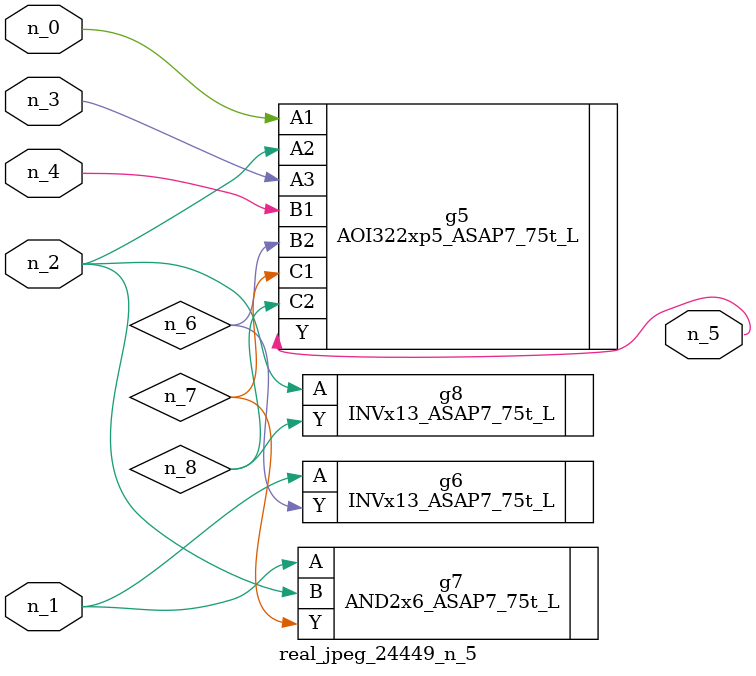
<source format=v>
module real_jpeg_24449_n_5 (n_4, n_0, n_1, n_2, n_3, n_5);

input n_4;
input n_0;
input n_1;
input n_2;
input n_3;

output n_5;

wire n_8;
wire n_6;
wire n_7;

AOI322xp5_ASAP7_75t_L g5 ( 
.A1(n_0),
.A2(n_2),
.A3(n_3),
.B1(n_4),
.B2(n_6),
.C1(n_7),
.C2(n_8),
.Y(n_5)
);

INVx13_ASAP7_75t_L g6 ( 
.A(n_1),
.Y(n_6)
);

AND2x6_ASAP7_75t_L g7 ( 
.A(n_1),
.B(n_2),
.Y(n_7)
);

INVx13_ASAP7_75t_L g8 ( 
.A(n_2),
.Y(n_8)
);


endmodule
</source>
